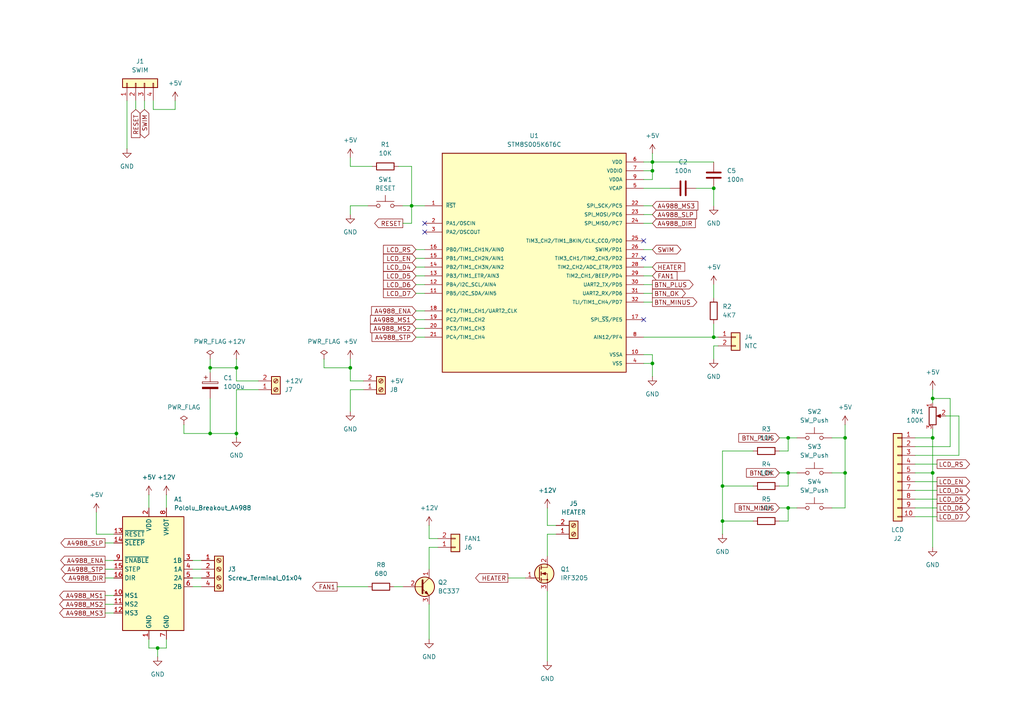
<source format=kicad_sch>
(kicad_sch (version 20250114) (generator "eeschema") (generator_version "9.0")
  (paper "A4")
  (lib_symbols
    (symbol "Connector:Screw_Terminal_01x02" (pin_names (offset 1.016) (hide yes))
      (property "Reference" "J" (at 0 2.54 0))
      (property "Value" "Screw_Terminal_01x02" (at 0 -5.08 0))
      (symbol "Screw_Terminal_01x02_1_1"
        (rectangle (start -1.27 1.27) (end 1.27 -3.81) (stroke (width 0.254)) (fill (type background)))
        (polyline (pts (xy -0.5334 0.3302) (xy 0.3302 -0.508)) (stroke (width 0.1524)))
        (polyline (pts (xy -0.5334 -2.2098) (xy 0.3302 -3.048)) (stroke (width 0.1524)))
        (polyline (pts (xy -0.3556 0.508) (xy 0.508 -0.3302)) (stroke (width 0.1524)))
        (polyline (pts (xy -0.3556 -2.032) (xy 0.508 -2.8702)) (stroke (width 0.1524)))
        (circle (center 0 0) (radius 0.635) (stroke (width 0.1524)))
        (circle (center 0 -2.54) (radius 0.635) (stroke (width 0.1524)))
        (pin passive line (at -5.08 0 0) (length 3.81) (name "Pin_1") (number "1"))
        (pin passive line (at -5.08 -2.54 0) (length 3.81) (name "Pin_2") (number "2"))
      )
    )
    (symbol "Connector:Screw_Terminal_01x04" (pin_names (offset 1.016) (hide yes))
      (property "Reference" "J" (at 0 5.08 0))
      (property "Value" "Screw_Terminal_01x04" (at 0 -7.62 0))
      (symbol "Screw_Terminal_01x04_1_1"
        (rectangle (start -1.27 3.81) (end 1.27 -6.35) (stroke (width 0.254)) (fill (type background)))
        (polyline (pts (xy -0.5334 2.8702) (xy 0.3302 2.032)) (stroke (width 0.1524)))
        (polyline (pts (xy -0.5334 0.3302) (xy 0.3302 -0.508)) (stroke (width 0.1524)))
        (polyline (pts (xy -0.5334 -2.2098) (xy 0.3302 -3.048)) (stroke (width 0.1524)))
        (polyline (pts (xy -0.5334 -4.7498) (xy 0.3302 -5.588)) (stroke (width 0.1524)))
        (polyline (pts (xy -0.3556 3.048) (xy 0.508 2.2098)) (stroke (width 0.1524)))
        (polyline (pts (xy -0.3556 0.508) (xy 0.508 -0.3302)) (stroke (width 0.1524)))
        (polyline (pts (xy -0.3556 -2.032) (xy 0.508 -2.8702)) (stroke (width 0.1524)))
        (polyline (pts (xy -0.3556 -4.572) (xy 0.508 -5.4102)) (stroke (width 0.1524)))
        (circle (center 0 2.54) (radius 0.635) (stroke (width 0.1524)))
        (circle (center 0 0) (radius 0.635) (stroke (width 0.1524)))
        (circle (center 0 -2.54) (radius 0.635) (stroke (width 0.1524)))
        (circle (center 0 -5.08) (radius 0.635) (stroke (width 0.1524)))
        (pin passive line (at -5.08 2.54 0) (length 3.81) (name "Pin_1") (number "1"))
        (pin passive line (at -5.08 0 0) (length 3.81) (name "Pin_2") (number "2"))
        (pin passive line (at -5.08 -2.54 0) (length 3.81) (name "Pin_3") (number "3"))
        (pin passive line (at -5.08 -5.08 0) (length 3.81) (name "Pin_4") (number "4"))
      )
    )
    (symbol "Connector_Generic:Conn_01x02" (pin_names (offset 1.016) (hide yes))
      (property "Reference" "J" (at 0 2.54 0))
      (property "Value" "Conn_01x02" (at 0 -5.08 0))
      (symbol "Conn_01x02_1_1"
        (rectangle (start -1.27 1.27) (end 1.27 -3.81) (stroke (width 0.254)) (fill (type background)))
        (rectangle (start -1.27 0.127) (end 0 -0.127) (stroke (width 0.1524)))
        (rectangle (start -1.27 -2.413) (end 0 -2.667) (stroke (width 0.1524)))
        (pin passive line (at -5.08 0 0) (length 3.81) (name "Pin_1") (number "1"))
        (pin passive line (at -5.08 -2.54 0) (length 3.81) (name "Pin_2") (number "2"))
      )
    )
    (symbol "Connector_Generic:Conn_01x04" (pin_names (offset 1.016) (hide yes))
      (property "Reference" "J" (at 0 5.08 0))
      (property "Value" "Conn_01x04" (at 0 -7.62 0))
      (symbol "Conn_01x04_1_1"
        (rectangle (start -1.27 3.81) (end 1.27 -6.35) (stroke (width 0.254)) (fill (type background)))
        (rectangle (start -1.27 2.667) (end 0 2.413) (stroke (width 0.1524)))
        (rectangle (start -1.27 0.127) (end 0 -0.127) (stroke (width 0.1524)))
        (rectangle (start -1.27 -2.413) (end 0 -2.667) (stroke (width 0.1524)))
        (rectangle (start -1.27 -4.953) (end 0 -5.207) (stroke (width 0.1524)))
        (pin passive line (at -5.08 2.54 0) (length 3.81) (name "Pin_1") (number "1"))
        (pin passive line (at -5.08 0 0) (length 3.81) (name "Pin_2") (number "2"))
        (pin passive line (at -5.08 -2.54 0) (length 3.81) (name "Pin_3") (number "3"))
        (pin passive line (at -5.08 -5.08 0) (length 3.81) (name "Pin_4") (number "4"))
      )
    )
    (symbol "Connector_Generic:Conn_01x10" (pin_names (offset 1.016) (hide yes))
      (property "Reference" "J" (at 0 12.7 0))
      (property "Value" "Conn_01x10" (at 0 -15.24 0))
      (symbol "Conn_01x10_1_1"
        (rectangle (start -1.27 11.43) (end 1.27 -13.97) (stroke (width 0.254)) (fill (type background)))
        (rectangle (start -1.27 10.287) (end 0 10.033) (stroke (width 0.1524)))
        (rectangle (start -1.27 7.747) (end 0 7.493) (stroke (width 0.1524)))
        (rectangle (start -1.27 5.207) (end 0 4.953) (stroke (width 0.1524)))
        (rectangle (start -1.27 2.667) (end 0 2.413) (stroke (width 0.1524)))
        (rectangle (start -1.27 0.127) (end 0 -0.127) (stroke (width 0.1524)))
        (rectangle (start -1.27 -2.413) (end 0 -2.667) (stroke (width 0.1524)))
        (rectangle (start -1.27 -4.953) (end 0 -5.207) (stroke (width 0.1524)))
        (rectangle (start -1.27 -7.493) (end 0 -7.747) (stroke (width 0.1524)))
        (rectangle (start -1.27 -10.033) (end 0 -10.287) (stroke (width 0.1524)))
        (rectangle (start -1.27 -12.573) (end 0 -12.827) (stroke (width 0.1524)))
        (pin passive line (at -5.08 10.16 0) (length 3.81) (name "Pin_1") (number "1"))
        (pin passive line (at -5.08 7.62 0) (length 3.81) (name "Pin_2") (number "2"))
        (pin passive line (at -5.08 5.08 0) (length 3.81) (name "Pin_3") (number "3"))
        (pin passive line (at -5.08 2.54 0) (length 3.81) (name "Pin_4") (number "4"))
        (pin passive line (at -5.08 0 0) (length 3.81) (name "Pin_5") (number "5"))
        (pin passive line (at -5.08 -2.54 0) (length 3.81) (name "Pin_6") (number "6"))
        (pin passive line (at -5.08 -5.08 0) (length 3.81) (name "Pin_7") (number "7"))
        (pin passive line (at -5.08 -7.62 0) (length 3.81) (name "Pin_8") (number "8"))
        (pin passive line (at -5.08 -10.16 0) (length 3.81) (name "Pin_9") (number "9"))
        (pin passive line (at -5.08 -12.7 0) (length 3.81) (name "Pin_10") (number "10"))
      )
    )
    (symbol "Device:C" (pin_numbers (hide yes)) (pin_names (offset 0.254))
      (property "Reference" "C" (at 0.635 2.54 0))
      (property "Value" "C" (at 0.635 -2.54 0))
      (symbol "C_0_1"
        (polyline (pts (xy -2.032 0.762) (xy 2.032 0.762)) (stroke (width 0.508)))
        (polyline (pts (xy -2.032 -0.762) (xy 2.032 -0.762)) (stroke (width 0.508)))
      )
      (symbol "C_1_1"
        (pin passive line (at 0 3.81 270) (length 2.794) (name "~") (number "1"))
        (pin passive line (at 0 -3.81 90) (length 2.794) (name "~") (number "2"))
      )
    )
    (symbol "Device:C_Polarized" (pin_numbers (hide yes)) (pin_names (offset 0.254))
      (property "Reference" "C" (at 0.635 2.54 0))
      (property "Value" "C_Polarized" (at 0.635 -2.54 0))
      (symbol "C_Polarized_0_1"
        (rectangle (start -2.286 0.508) (end 2.286 1.016))
        (polyline (pts (xy -1.778 2.286) (xy -0.762 2.286)))
        (polyline (pts (xy -1.27 2.794) (xy -1.27 1.778)))
        (rectangle (start 2.286 -0.508) (end -2.286 -1.016) (fill (type outline)))
      )
      (symbol "C_Polarized_1_1"
        (pin passive line (at 0 3.81 270) (length 2.794) (name "~") (number "1"))
        (pin passive line (at 0 -3.81 90) (length 2.794) (name "~") (number "2"))
      )
    )
    (symbol "Device:R" (pin_numbers (hide yes)) (pin_names (offset 0))
      (property "Reference" "R" (at 2.032 0 90))
      (property "Value" "R" (at 0 0 90))
      (symbol "R_0_1"
        (rectangle (start -1.016 -2.54) (end 1.016 2.54) (stroke (width 0.254)))
      )
      (symbol "R_1_1"
        (pin passive line (at 0 3.81 270) (length 1.27) (name "~") (number "1"))
        (pin passive line (at 0 -3.81 90) (length 1.27) (name "~") (number "2"))
      )
    )
    (symbol "Device:R_Potentiometer" (pin_names (offset 1.016) (hide yes))
      (property "Reference" "RV" (at -4.445 0 90))
      (property "Value" "R_Potentiometer" (at -2.54 0 90))
      (symbol "R_Potentiometer_0_1"
        (rectangle (start 1.016 2.54) (end -1.016 -2.54) (stroke (width 0.254)))
        (polyline (pts (xy 1.143 0) (xy 2.286 0.508) (xy 2.286 -0.508) (xy 1.143 0)) (fill (type outline)))
        (polyline (pts (xy 2.54 0) (xy 1.524 0)))
      )
      (symbol "R_Potentiometer_1_1"
        (pin passive line (at 0 3.81 270) (length 1.27) (name "1") (number "1"))
        (pin passive line (at 0 -3.81 90) (length 1.27) (name "3") (number "3"))
        (pin passive line (at 3.81 0 180) (length 1.27) (name "2") (number "2"))
      )
    )
    (symbol "Driver_Motor:Pololu_Breakout_A4988"
      (property "Reference" "A" (at -2.54 19.05 0))
      (property "Value" "Pololu_Breakout_A4988" (at -2.54 16.51 0))
      (symbol "Pololu_Breakout_A4988_0_1"
        (rectangle (start 10.16 -17.78) (end -7.62 15.24) (stroke (width 0.254)) (fill (type background)))
      )
      (symbol "Pololu_Breakout_A4988_1_1"
        (pin input line (at -10.16 10.16 0) (length 2.54) (name "~{RESET}") (number "13"))
        (pin input line (at -10.16 7.62 0) (length 2.54) (name "~{SLEEP}") (number "14"))
        (pin input line (at -10.16 2.54 0) (length 2.54) (name "~{ENABLE}") (number "9"))
        (pin input line (at -10.16 0 0) (length 2.54) (name "STEP") (number "15"))
        (pin input line (at -10.16 -2.54 0) (length 2.54) (name "DIR") (number "16"))
        (pin input line (at -10.16 -7.62 0) (length 2.54) (name "MS1") (number "10"))
        (pin input line (at -10.16 -10.16 0) (length 2.54) (name "MS2") (number "11"))
        (pin input line (at -10.16 -12.7 0) (length 2.54) (name "MS3") (number "12"))
        (pin power_in line (at 0 17.78 270) (length 2.54) (name "VDD") (number "2"))
        (pin power_in line (at 0 -20.32 90) (length 2.54) (name "GND") (number "1"))
        (pin power_in line (at 5.08 17.78 270) (length 2.54) (name "VMOT") (number "8"))
        (pin power_in line (at 5.08 -20.32 90) (length 2.54) (name "GND") (number "7"))
        (pin output line (at 12.7 2.54 180) (length 2.54) (name "1B") (number "3"))
        (pin output line (at 12.7 0 180) (length 2.54) (name "1A") (number "4"))
        (pin output line (at 12.7 -2.54 180) (length 2.54) (name "2A") (number "5"))
        (pin output line (at 12.7 -5.08 180) (length 2.54) (name "2B") (number "6"))
      )
    )
    (symbol "Extras:STM8S005K6T6C" (pin_names (offset 1.016))
      (property "Reference" "U?" (at -26.67 36.576 0))
      (property "Value" "STM8S005K6T6C" (at -26.924 33.782 0))
      (symbol "STM8S005K6T6C_0_0"
        (rectangle (start -26.67 33.02) (end 26.67 -30.48) (stroke (width 0.254)) (fill (type background)))
        (pin bidirectional line (at -31.75 17.78 0) (length 5.08) (name "~{RST}") (number "1"))
        (pin bidirectional line (at -31.75 12.7 0) (length 5.08) (name "PA1/OSCIN") (number "2"))
        (pin bidirectional line (at -31.75 10.16 0) (length 5.08) (name "PA2/OSCOUT") (number "3"))
        (pin bidirectional line (at -31.75 5.08 0) (length 5.08) (name "PB0/TIM1_CH1N/AIN0") (number "16"))
        (pin bidirectional line (at -31.75 2.54 0) (length 5.08) (name "PB1/TIM1_CH2N/AIN1") (number "15"))
        (pin bidirectional line (at -31.75 0 0) (length 5.08) (name "PB2/TIM1_CH3N/AIN2") (number "14"))
        (pin bidirectional line (at -31.75 -2.54 0) (length 5.08) (name "PB3/TIM1_ETR/AIN3") (number "13"))
        (pin bidirectional line (at -31.75 -5.08 0) (length 5.08) (name "PB4/I2C_SCL/AIN4") (number "12"))
        (pin bidirectional line (at -31.75 -7.62 0) (length 5.08) (name "PB5/I2C_SDA/AIN5") (number "11"))
        (pin bidirectional line (at -31.75 -12.7 0) (length 5.08) (name "PC1/TIM1_CH1/UART2_CLK") (number "18"))
        (pin bidirectional line (at -31.75 -15.24 0) (length 5.08) (name "PC2/TIM1_CH2") (number "19"))
        (pin bidirectional line (at -31.75 -17.78 0) (length 5.08) (name "PC3/TIM1_CH3") (number "20"))
        (pin bidirectional line (at -31.75 -20.32 0) (length 5.08) (name "PC4/TIM1_CH4") (number "21"))
        (pin power_in line (at 31.75 30.48 180) (length 5.08) (name "VDD") (number "6"))
        (pin power_in line (at 31.75 27.94 180) (length 5.08) (name "VDDIO") (number "7"))
        (pin power_in line (at 31.75 25.4 180) (length 5.08) (name "VDDA") (number "9"))
        (pin power_in line (at 31.75 22.86 180) (length 5.08) (name "VCAP") (number "5"))
        (pin bidirectional line (at 31.75 17.78 180) (length 5.08) (name "SPI_SCK/PC5") (number "22"))
        (pin bidirectional line (at 31.75 15.24 180) (length 5.08) (name "SPI_MOSI/PC6") (number "23"))
        (pin bidirectional line (at 31.75 12.7 180) (length 5.08) (name "SPI_MISO/PC7") (number "24"))
        (pin bidirectional line (at 31.75 7.62 180) (length 5.08) (name "TIM3_CH2/TIM1_BKIN/CLK_CCO/PD0") (number "25"))
        (pin bidirectional line (at 31.75 5.08 180) (length 5.08) (name "SWIM/PD1") (number "26"))
        (pin bidirectional line (at 31.75 2.54 180) (length 5.08) (name "TIM3_CH1/TIM2_CH3/PD2") (number "27"))
        (pin bidirectional line (at 31.75 0 180) (length 5.08) (name "TIM2_CH2/ADC_ETR/PD3") (number "28"))
        (pin bidirectional line (at 31.75 -2.54 180) (length 5.08) (name "TIM2_CH1/BEEP/PD4") (number "29"))
        (pin bidirectional line (at 31.75 -5.08 180) (length 5.08) (name "UART2_TX/PD5") (number "30"))
        (pin bidirectional line (at 31.75 -7.62 180) (length 5.08) (name "UART2_RX/PD6") (number "31"))
        (pin bidirectional line (at 31.75 -10.16 180) (length 5.08) (name "TLI/TIM1_CH4/PD7") (number "32"))
        (pin bidirectional line (at 31.75 -15.24 180) (length 5.08) (name "SPI_~{SS}/PE5") (number "17"))
        (pin bidirectional line (at 31.75 -20.32 180) (length 5.08) (name "AIN12/PF4") (number "8"))
        (pin power_in line (at 31.75 -25.4 180) (length 5.08) (name "VSSA") (number "10"))
        (pin power_in line (at 31.75 -27.94 180) (length 5.08) (name "VSS") (number "4"))
      )
    )
    (symbol "PCM_Transistor_BJT_AKL:BC337" (pin_names (hide yes))
      (property "Reference" "Q" (at 5.08 1.27 0))
      (property "Value" "BC337" (at 5.08 -1.27 0))
      (symbol "BC337_0_1"
        (polyline (pts (xy 0.635 1.905) (xy 0.635 -1.905) (xy 0.635 -1.905)) (stroke (width 0.508)))
        (polyline (pts (xy 0.635 0.635) (xy 2.54 2.54)))
        (polyline (pts (xy 0.635 -0.635) (xy 2.54 -2.54) (xy 2.54 -2.54)))
        (circle (center 1.27 0) (radius 2.8194) (stroke (width 0.254)) (fill (type background)))
        (polyline (pts (xy 1.27 -1.778) (xy 1.778 -1.27) (xy 2.286 -2.286) (xy 1.27 -1.778) (xy 1.27 -1.778)) (fill (type outline)))
      )
      (symbol "BC337_1_1"
        (pin input line (at -5.08 0 0) (length 5.715) (name "B") (number "2"))
        (pin passive line (at 2.54 5.08 270) (length 2.54) (name "C") (number "1"))
        (pin passive line (at 2.54 -5.08 90) (length 2.54) (name "E") (number "3"))
      )
    )
    (symbol "PCM_Transistor_MOSFET_AKL:IRF3205" (pin_names (hide yes))
      (property "Reference" "Q" (at 5.08 1.27 0))
      (property "Value" "IRF3205" (at 5.08 -1.27 0))
      (symbol "IRF3205_0_1"
        (polyline (pts (xy 0.254 1.905) (xy 0.254 -1.905)) (stroke (width 0.254)))
        (polyline (pts (xy 0.254 -1.27) (xy -2.54 -1.27)))
        (polyline (pts (xy 0.762 2.286) (xy 0.762 1.27)) (stroke (width 0.254)))
        (polyline (pts (xy 0.762 0.508) (xy 0.762 -0.508)) (stroke (width 0.254)))
        (polyline (pts (xy 0.762 -1.27) (xy 0.762 -2.286)) (stroke (width 0.254)))
        (polyline (pts (xy 0.762 -1.778) (xy 2.54 -1.778)))
        (polyline (pts (xy 1.016 0) (xy 2.032 0.381) (xy 2.032 -0.381) (xy 1.016 0)) (fill (type outline)))
        (circle (center 1.651 0) (radius 2.794) (stroke (width 0.254)) (fill (type background)))
        (polyline (pts (xy 2.54 2.54) (xy 2.54 1.778)))
        (polyline (pts (xy 2.54 1.778) (xy 0.762 1.778)))
        (circle (center 2.54 -1.778) (radius 0.1778) (fill (type outline)))
        (polyline (pts (xy 2.54 -2.54) (xy 2.54 0) (xy 0.762 0)))
      )
      (symbol "IRF3205_1_1"
        (pin input line (at -3.81 -1.27 0) (length 2.54) (name "G") (number "1"))
        (pin passive line (at 2.54 5.08 270) (length 2.54) (name "D") (number "2"))
        (pin passive line (at 2.54 -5.08 90) (length 2.54) (name "S") (number "3"))
      )
    )
    (symbol "Switch:SW_Push" (pin_numbers (hide yes)) (pin_names (offset 1.016) (hide yes))
      (property "Reference" "SW" (at 1.27 2.54 0))
      (property "Value" "SW_Push" (at 0 -1.524 0))
      (symbol "SW_Push_0_1"
        (circle (center -2.032 0) (radius 0.508))
        (polyline (pts (xy 0 1.27) (xy 0 3.048)))
        (circle (center 2.032 0) (radius 0.508))
        (polyline (pts (xy 2.54 1.27) (xy -2.54 1.27)))
        (pin passive line (at -5.08 0 0) (length 2.54) (name "1") (number "1"))
        (pin passive line (at 5.08 0 180) (length 2.54) (name "2") (number "2"))
      )
    )
    (symbol "power:+12V" (power) (pin_numbers (hide yes)) (pin_names (offset 0) (hide yes))
      (property "Value" "+12V" (at 0 3.556 0))
      (symbol "+12V_0_1"
        (polyline (pts (xy -0.762 1.27) (xy 0 2.54)))
        (polyline (pts (xy 0 2.54) (xy 0.762 1.27)))
        (polyline (pts (xy 0 0) (xy 0 2.54)))
      )
      (symbol "+12V_1_1"
        (pin power_in line (at 0 0 90) (length 0) (name "~") (number "1"))
      )
    )
    (symbol "power:+5V" (power) (pin_numbers (hide yes)) (pin_names (offset 0) (hide yes))
      (property "Value" "+5V" (at 0 3.556 0))
      (symbol "+5V_0_1"
        (polyline (pts (xy -0.762 1.27) (xy 0 2.54)))
        (polyline (pts (xy 0 2.54) (xy 0.762 1.27)))
        (polyline (pts (xy 0 0) (xy 0 2.54)))
      )
      (symbol "+5V_1_1"
        (pin power_in line (at 0 0 90) (length 0) (name "~") (number "1"))
      )
    )
    (symbol "power:GND" (power) (pin_numbers (hide yes)) (pin_names (offset 0) (hide yes))
      (property "Value" "GND" (at 0 -3.81 0))
      (symbol "GND_0_1"
        (polyline (pts (xy 0 0) (xy 0 -1.27) (xy 1.27 -1.27) (xy 0 -2.54) (xy -1.27 -1.27) (xy 0 -1.27)))
      )
      (symbol "GND_1_1"
        (pin power_in line (at 0 0 270) (length 0) (name "~") (number "1"))
      )
    )
    (symbol "power:PWR_FLAG" (power) (pin_numbers (hide yes)) (pin_names (offset 0) (hide yes))
      (property "Value" "PWR_FLAG" (at 0 3.81 0))
      (symbol "PWR_FLAG_0_0"
        (pin power_out line (at 0 0 90) (length 0) (name "~") (number "1"))
      )
      (symbol "PWR_FLAG_0_1"
        (polyline (pts (xy 0 0) (xy 0 1.27) (xy -1.016 1.905) (xy 0 2.54) (xy 1.016 1.905) (xy 0 1.27)))
      )
    )
  )
  (junction (at 270.51 115.57))
  (junction (at 68.58 125.73))
  (junction (at 60.96 106.68))
  (junction (at 209.55 140.97))
  (junction (at 119.38 59.69))
  (junction (at 189.23 46.99))
  (junction (at 245.11 137.16))
  (junction (at 228.6 137.16))
  (junction (at 270.51 127))
  (junction (at 270.51 137.16))
  (junction (at 189.23 49.53))
  (junction (at 209.55 151.13))
  (junction (at 228.6 127))
  (junction (at 45.72 187.96))
  (junction (at 60.96 125.73))
  (junction (at 228.6 147.32))
  (junction (at 68.58 106.68))
  (junction (at 207.01 54.61))
  (junction (at 189.23 105.41))
  (junction (at 101.6 106.68))
  (junction (at 207.01 97.79))
  (junction (at 245.11 127))
  (no_connect (at 123.19 64.77))
  (no_connect (at 123.19 67.31))
  (no_connect (at 186.69 69.85))
  (no_connect (at 186.69 92.71))
  (no_connect (at 186.69 74.93))
  (wire (pts (xy 120.65 72.39) (xy 123.19 72.39)))
  (wire (pts (xy 68.58 106.68) (xy 68.58 110.49)))
  (wire (pts (xy 93.98 104.14) (xy 93.98 106.68)))
  (wire (pts (xy 226.06 140.97) (xy 228.6 140.97)))
  (wire (pts (xy 275.59 129.54) (xy 275.59 115.57)))
  (wire (pts (xy 209.55 140.97) (xy 209.55 151.13)))
  (wire (pts (xy 119.38 64.77) (xy 119.38 59.69)))
  (wire (pts (xy 241.3 147.32) (xy 245.11 147.32)))
  (wire (pts (xy 55.88 167.64) (xy 58.42 167.64)))
  (wire (pts (xy 189.23 46.99) (xy 207.01 46.99)))
  (wire (pts (xy 60.96 106.68) (xy 68.58 106.68)))
  (wire (pts (xy 265.43 134.62) (xy 271.78 134.62)))
  (wire (pts (xy 218.44 151.13) (xy 209.55 151.13)))
  (wire (pts (xy 186.69 97.79) (xy 207.01 97.79)))
  (wire (pts (xy 189.23 105.41) (xy 189.23 109.22)))
  (wire (pts (xy 115.57 48.26) (xy 119.38 48.26)))
  (wire (pts (xy 101.6 48.26) (xy 107.95 48.26)))
  (wire (pts (xy 186.69 87.63) (xy 189.23 87.63)))
  (wire (pts (xy 186.69 54.61) (xy 194.31 54.61)))
  (wire (pts (xy 27.94 148.59) (xy 27.94 154.94)))
  (wire (pts (xy 124.46 175.26) (xy 124.46 185.42)))
  (wire (pts (xy 207.01 82.55) (xy 207.01 86.36)))
  (wire (pts (xy 270.51 124.46) (xy 270.51 127)))
  (wire (pts (xy 43.18 143.51) (xy 43.18 147.32)))
  (wire (pts (xy 27.94 154.94) (xy 33.02 154.94)))
  (wire (pts (xy 43.18 185.42) (xy 43.18 187.96)))
  (wire (pts (xy 68.58 113.03) (xy 68.58 125.73)))
  (wire (pts (xy 265.43 142.24) (xy 271.78 142.24)))
  (wire (pts (xy 48.26 185.42) (xy 48.26 187.96)))
  (wire (pts (xy 186.69 52.07) (xy 189.23 52.07)))
  (wire (pts (xy 119.38 48.26) (xy 119.38 59.69)))
  (wire (pts (xy 186.69 82.55) (xy 189.23 82.55)))
  (wire (pts (xy 201.93 54.61) (xy 207.01 54.61)))
  (wire (pts (xy 120.65 80.01) (xy 123.19 80.01)))
  (wire (pts (xy 120.65 82.55) (xy 123.19 82.55)))
  (wire (pts (xy 158.75 154.94) (xy 158.75 161.29)))
  (wire (pts (xy 270.51 137.16) (xy 270.51 158.75)))
  (wire (pts (xy 48.26 143.51) (xy 48.26 147.32)))
  (wire (pts (xy 226.06 127) (xy 228.6 127)))
  (wire (pts (xy 245.11 127) (xy 245.11 137.16)))
  (wire (pts (xy 101.6 104.14) (xy 101.6 106.68)))
  (wire (pts (xy 265.43 139.7) (xy 271.78 139.7)))
  (wire (pts (xy 265.43 147.32) (xy 271.78 147.32)))
  (wire (pts (xy 30.48 167.64) (xy 33.02 167.64)))
  (wire (pts (xy 158.75 171.45) (xy 158.75 191.77)))
  (wire (pts (xy 186.69 46.99) (xy 189.23 46.99)))
  (wire (pts (xy 207.01 54.61) (xy 207.01 59.69)))
  (wire (pts (xy 41.91 29.21) (xy 41.91 31.75)))
  (wire (pts (xy 120.65 92.71) (xy 123.19 92.71)))
  (wire (pts (xy 30.48 157.48) (xy 33.02 157.48)))
  (wire (pts (xy 209.55 130.81) (xy 209.55 140.97)))
  (wire (pts (xy 186.69 102.87) (xy 189.23 102.87)))
  (wire (pts (xy 265.43 149.86) (xy 271.78 149.86)))
  (wire (pts (xy 270.51 127) (xy 270.51 137.16)))
  (wire (pts (xy 278.13 132.08) (xy 265.43 132.08)))
  (wire (pts (xy 101.6 113.03) (xy 101.6 119.38)))
  (wire (pts (xy 228.6 137.16) (xy 231.14 137.16)))
  (wire (pts (xy 218.44 130.81) (xy 209.55 130.81)))
  (wire (pts (xy 228.6 147.32) (xy 231.14 147.32)))
  (wire (pts (xy 189.23 46.99) (xy 189.23 44.45)))
  (wire (pts (xy 120.65 85.09) (xy 123.19 85.09)))
  (wire (pts (xy 124.46 158.75) (xy 124.46 165.1)))
  (wire (pts (xy 30.48 175.26) (xy 33.02 175.26)))
  (wire (pts (xy 265.43 137.16) (xy 270.51 137.16)))
  (wire (pts (xy 278.13 120.65) (xy 278.13 132.08)))
  (wire (pts (xy 101.6 45.72) (xy 101.6 48.26)))
  (wire (pts (xy 120.65 77.47) (xy 123.19 77.47)))
  (wire (pts (xy 55.88 162.56) (xy 58.42 162.56)))
  (wire (pts (xy 60.96 115.57) (xy 60.96 125.73)))
  (wire (pts (xy 189.23 102.87) (xy 189.23 105.41)))
  (wire (pts (xy 218.44 140.97) (xy 209.55 140.97)))
  (wire (pts (xy 186.69 59.69) (xy 189.23 59.69)))
  (wire (pts (xy 120.65 97.79) (xy 123.19 97.79)))
  (wire (pts (xy 265.43 144.78) (xy 271.78 144.78)))
  (wire (pts (xy 186.69 72.39) (xy 189.23 72.39)))
  (wire (pts (xy 101.6 106.68) (xy 101.6 110.49)))
  (wire (pts (xy 186.69 77.47) (xy 189.23 77.47)))
  (wire (pts (xy 44.45 29.21) (xy 44.45 31.75)))
  (wire (pts (xy 207.01 100.33) (xy 207.01 104.14)))
  (wire (pts (xy 228.6 127) (xy 231.14 127)))
  (wire (pts (xy 120.65 90.17) (xy 123.19 90.17)))
  (wire (pts (xy 226.06 151.13) (xy 228.6 151.13)))
  (wire (pts (xy 186.69 105.41) (xy 189.23 105.41)))
  (wire (pts (xy 60.96 104.14) (xy 60.96 106.68)))
  (wire (pts (xy 245.11 127) (xy 241.3 127)))
  (wire (pts (xy 124.46 152.4) (xy 124.46 156.21)))
  (wire (pts (xy 106.68 59.69) (xy 101.6 59.69)))
  (wire (pts (xy 39.37 29.21) (xy 39.37 31.75)))
  (wire (pts (xy 68.58 125.73) (xy 68.58 127)))
  (wire (pts (xy 36.83 29.21) (xy 36.83 43.18)))
  (wire (pts (xy 30.48 165.1) (xy 33.02 165.1)))
  (wire (pts (xy 265.43 127) (xy 270.51 127)))
  (wire (pts (xy 186.69 85.09) (xy 189.23 85.09)))
  (wire (pts (xy 45.72 187.96) (xy 45.72 190.5)))
  (wire (pts (xy 114.3 170.18) (xy 116.84 170.18)))
  (wire (pts (xy 265.43 129.54) (xy 275.59 129.54)))
  (wire (pts (xy 50.8 31.75) (xy 50.8 29.21)))
  (wire (pts (xy 127 158.75) (xy 124.46 158.75)))
  (wire (pts (xy 119.38 59.69) (xy 116.84 59.69)))
  (wire (pts (xy 68.58 113.03) (xy 74.93 113.03)))
  (wire (pts (xy 101.6 113.03) (xy 105.41 113.03)))
  (wire (pts (xy 101.6 59.69) (xy 101.6 62.23)))
  (wire (pts (xy 241.3 137.16) (xy 245.11 137.16)))
  (wire (pts (xy 245.11 147.32) (xy 245.11 137.16)))
  (wire (pts (xy 97.79 170.18) (xy 106.68 170.18)))
  (wire (pts (xy 158.75 147.32) (xy 158.75 152.4)))
  (wire (pts (xy 275.59 115.57) (xy 270.51 115.57)))
  (wire (pts (xy 189.23 49.53) (xy 189.23 46.99)))
  (wire (pts (xy 226.06 147.32) (xy 228.6 147.32)))
  (wire (pts (xy 228.6 130.81) (xy 228.6 127)))
  (wire (pts (xy 207.01 97.79) (xy 208.28 97.79)))
  (wire (pts (xy 30.48 172.72) (xy 33.02 172.72)))
  (wire (pts (xy 119.38 59.69) (xy 123.19 59.69)))
  (wire (pts (xy 124.46 156.21) (xy 127 156.21)))
  (wire (pts (xy 228.6 151.13) (xy 228.6 147.32)))
  (wire (pts (xy 186.69 49.53) (xy 189.23 49.53)))
  (wire (pts (xy 68.58 104.14) (xy 68.58 106.68)))
  (wire (pts (xy 120.65 95.25) (xy 123.19 95.25)))
  (wire (pts (xy 226.06 130.81) (xy 228.6 130.81)))
  (wire (pts (xy 53.34 123.19) (xy 53.34 125.73)))
  (wire (pts (xy 68.58 110.49) (xy 74.93 110.49)))
  (wire (pts (xy 48.26 187.96) (xy 45.72 187.96)))
  (wire (pts (xy 60.96 125.73) (xy 68.58 125.73)))
  (wire (pts (xy 161.29 154.94) (xy 158.75 154.94)))
  (wire (pts (xy 30.48 177.8) (xy 33.02 177.8)))
  (wire (pts (xy 189.23 52.07) (xy 189.23 49.53)))
  (wire (pts (xy 209.55 151.13) (xy 209.55 154.94)))
  (wire (pts (xy 186.69 64.77) (xy 189.23 64.77)))
  (wire (pts (xy 101.6 110.49) (xy 105.41 110.49)))
  (wire (pts (xy 270.51 115.57) (xy 270.51 116.84)))
  (wire (pts (xy 270.51 113.03) (xy 270.51 115.57)))
  (wire (pts (xy 30.48 162.56) (xy 33.02 162.56)))
  (wire (pts (xy 44.45 31.75) (xy 50.8 31.75)))
  (wire (pts (xy 228.6 140.97) (xy 228.6 137.16)))
  (wire (pts (xy 226.06 137.16) (xy 228.6 137.16)))
  (wire (pts (xy 53.34 125.73) (xy 60.96 125.73)))
  (wire (pts (xy 186.69 62.23) (xy 189.23 62.23)))
  (wire (pts (xy 208.28 100.33) (xy 207.01 100.33)))
  (wire (pts (xy 60.96 106.68) (xy 60.96 107.95)))
  (wire (pts (xy 93.98 106.68) (xy 101.6 106.68)))
  (wire (pts (xy 116.84 64.77) (xy 119.38 64.77)))
  (wire (pts (xy 120.65 74.93) (xy 123.19 74.93)))
  (wire (pts (xy 274.32 120.65) (xy 278.13 120.65)))
  (wire (pts (xy 147.32 167.64) (xy 152.4 167.64)))
  (wire (pts (xy 245.11 123.19) (xy 245.11 127)))
  (wire (pts (xy 55.88 165.1) (xy 58.42 165.1)))
  (wire (pts (xy 158.75 152.4) (xy 161.29 152.4)))
  (wire (pts (xy 55.88 170.18) (xy 58.42 170.18)))
  (wire (pts (xy 207.01 93.98) (xy 207.01 97.79)))
  (wire (pts (xy 43.18 187.96) (xy 45.72 187.96)))
  (wire (pts (xy 186.69 80.01) (xy 189.23 80.01)))
  (global_label "LCD_RS" (shape output) (at 271.78 134.62 0) (property "Intersheetrefs" "${INTERSHEET_REFS}" (effects (hide yes))))
  (global_label "A4988_MS2" (shape input) (at 120.65 95.25 180) (property "Intersheetrefs" "${INTERSHEET_REFS}" (effects (hide yes))))
  (global_label "LCD_RS" (shape input) (at 120.65 72.39 180) (property "Intersheetrefs" "${INTERSHEET_REFS}" (effects (hide yes))))
  (global_label "A4988_STP" (shape input) (at 120.65 97.79 180) (property "Intersheetrefs" "${INTERSHEET_REFS}" (effects (hide yes))))
  (global_label "LCD_D5" (shape input) (at 120.65 80.01 180) (property "Intersheetrefs" "${INTERSHEET_REFS}" (effects (hide yes))))
  (global_label "LCD_D6" (shape input) (at 120.65 82.55 180) (property "Intersheetrefs" "${INTERSHEET_REFS}" (effects (hide yes))))
  (global_label "LCD_EN" (shape input) (at 120.65 74.93 180) (property "Intersheetrefs" "${INTERSHEET_REFS}" (effects (hide yes))))
  (global_label "BTN_PLUS" (shape input) (at 226.06 127 180) (property "Intersheetrefs" "${INTERSHEET_REFS}" (effects (hide yes))))
  (global_label "BTN_MINUS" (shape output) (at 189.23 87.63 0) (property "Intersheetrefs" "${INTERSHEET_REFS}" (effects (hide yes))))
  (global_label "A4988_ENA" (shape output) (at 30.48 162.56 180) (property "Intersheetrefs" "${INTERSHEET_REFS}" (effects (hide yes))))
  (global_label "LCD_D4" (shape input) (at 120.65 77.47 180) (property "Intersheetrefs" "${INTERSHEET_REFS}" (effects (hide yes))))
  (global_label "LCD_D5" (shape output) (at 271.78 144.78 0) (property "Intersheetrefs" "${INTERSHEET_REFS}" (effects (hide yes))))
  (global_label "A4988_DIR" (shape output) (at 30.48 167.64 180) (property "Intersheetrefs" "${INTERSHEET_REFS}" (effects (hide yes))))
  (global_label "BTN_OK" (shape input) (at 226.06 137.16 180) (property "Intersheetrefs" "${INTERSHEET_REFS}" (effects (hide yes))))
  (global_label "A4988_SLP" (shape output) (at 30.48 157.48 180) (property "Intersheetrefs" "${INTERSHEET_REFS}" (effects (hide yes))))
  (global_label "BTN_PLUS" (shape output) (at 189.23 82.55 0) (property "Intersheetrefs" "${INTERSHEET_REFS}" (effects (hide yes))))
  (global_label "A4988_MS3" (shape output) (at 30.48 177.8 180) (property "Intersheetrefs" "${INTERSHEET_REFS}" (effects (hide yes))))
  (global_label "SWIM" (shape bidirectional) (at 41.91 31.75 270) (property "Intersheetrefs" "${INTERSHEET_REFS}" (effects (hide yes))))
  (global_label "A4988_MS1" (shape input) (at 120.65 92.71 180) (property "Intersheetrefs" "${INTERSHEET_REFS}" (effects (hide yes))))
  (global_label "A4988_STP" (shape output) (at 30.48 165.1 180) (property "Intersheetrefs" "${INTERSHEET_REFS}" (effects (hide yes))))
  (global_label "BTN_OK" (shape output) (at 189.23 85.09 0) (property "Intersheetrefs" "${INTERSHEET_REFS}" (effects (hide yes))))
  (global_label "A4988_SLP" (shape input) (at 189.23 62.23 0) (property "Intersheetrefs" "${INTERSHEET_REFS}" (effects (hide yes))))
  (global_label "BTN_MINUS" (shape input) (at 226.06 147.32 180) (property "Intersheetrefs" "${INTERSHEET_REFS}" (effects (hide yes))))
  (global_label "LCD_D4" (shape output) (at 271.78 142.24 0) (property "Intersheetrefs" "${INTERSHEET_REFS}" (effects (hide yes))))
  (global_label "A4988_DIR" (shape input) (at 189.23 64.77 0) (property "Intersheetrefs" "${INTERSHEET_REFS}" (effects (hide yes))))
  (global_label "A4988_MS1" (shape output) (at 30.48 172.72 180) (property "Intersheetrefs" "${INTERSHEET_REFS}" (effects (hide yes))))
  (global_label "FAN1" (shape output) (at 97.79 170.18 180) (property "Intersheetrefs" "${INTERSHEET_REFS}" (effects (hide yes))))
  (global_label "FAN1" (shape input) (at 189.23 80.01 0) (property "Intersheetrefs" "${INTERSHEET_REFS}" (effects (hide yes))))
  (global_label "LCD_EN" (shape output) (at 271.78 139.7 0) (property "Intersheetrefs" "${INTERSHEET_REFS}" (effects (hide yes))))
  (global_label "SWIM" (shape bidirectional) (at 189.23 72.39 0) (property "Intersheetrefs" "${INTERSHEET_REFS}" (effects (hide yes))))
  (global_label "A4988_MS2" (shape output) (at 30.48 175.26 180) (property "Intersheetrefs" "${INTERSHEET_REFS}" (effects (hide yes))))
  (global_label "RESET" (shape output) (at 116.84 64.77 180) (property "Intersheetrefs" "${INTERSHEET_REFS}" (effects (hide yes))))
  (global_label "HEATER" (shape input) (at 189.23 77.47 0) (property "Intersheetrefs" "${INTERSHEET_REFS}" (effects (hide yes))))
  (global_label "LCD_D7" (shape output) (at 271.78 149.86 0) (property "Intersheetrefs" "${INTERSHEET_REFS}" (effects (hide yes))))
  (global_label "A4988_MS3" (shape input) (at 189.23 59.69 0) (property "Intersheetrefs" "${INTERSHEET_REFS}" (effects (hide yes))))
  (global_label "LCD_D7" (shape input) (at 120.65 85.09 180) (property "Intersheetrefs" "${INTERSHEET_REFS}" (effects (hide yes))))
  (global_label "LCD_D6" (shape output) (at 271.78 147.32 0) (property "Intersheetrefs" "${INTERSHEET_REFS}" (effects (hide yes))))
  (global_label "RESET" (shape input) (at 39.37 31.75 270) (property "Intersheetrefs" "${INTERSHEET_REFS}" (effects (hide yes))))
  (global_label "A4988_ENA" (shape input) (at 120.65 90.17 180) (property "Intersheetrefs" "${INTERSHEET_REFS}" (effects (hide yes))))
  (global_label "HEATER" (shape output) (at 147.32 167.64 180) (property "Intersheetrefs" "${INTERSHEET_REFS}" (effects (hide yes))))
  (symbol (lib_id "Connector:Screw_Terminal_01x02") (at 166.37 154.94 0) (mirror x) (unit 1)
    (property "Reference" "J5" (at 166.37 146.05 0))
    (property "Value" "HEATER" (at 166.37 148.59 0))
    (property "Footprint" "TerminalBlock:TerminalBlock_bornier-2_P5.08mm" (effects (hide yes)))
    (property "Description" "Generic screw terminal, single row, 01x02, script generated (kicad-library-utils/schlib/autogen/connector/)" (effects (hide yes)))
  )
  (symbol (lib_id "Device:R_Potentiometer") (at 270.51 120.65 0) (unit 1)
    (property "Reference" "RV1" (at 267.97 119.3799 0) (effects (justify right)))
    (property "Value" "100K" (at 267.97 121.9199 0) (effects (justify right)))
    (property "Footprint" "Potentiometer_THT:Potentiometer_Vishay_T73YP_Vertical" (effects (hide yes)))
    (property "Description" "Potentiometer" (effects (hide yes)))
  )
  (symbol (lib_id "power:PWR_FLAG") (at 53.34 123.19 0) (unit 1)
    (property "Reference" "#FLG04" (effects (hide yes)))
    (property "Value" "PWR_FLAG" (at 53.34 118.11 0))
    (property "Description" "Special symbol for telling ERC where power comes from" (effects (hide yes)))
  )
  (symbol (lib_id "power:+12V") (at 68.58 104.14 0) (unit 1)
    (property "Reference" "#PWR027" (effects (hide yes)))
    (property "Value" "+12V" (at 68.58 99.06 0))
    (property "Description" "Power symbol creates a global label with name \"+12V\"" (effects (hide yes)))
  )
  (symbol (lib_id "power:PWR_FLAG") (at 60.96 104.14 0) (unit 1)
    (property "Reference" "#FLG02" (effects (hide yes)))
    (property "Value" "PWR_FLAG" (at 60.96 99.06 0))
    (property "Description" "Special symbol for telling ERC where power comes from" (effects (hide yes)))
  )
  (symbol (lib_id "Device:R") (at 110.49 170.18 90) (unit 1)
    (property "Reference" "R8" (at 110.49 163.83 90))
    (property "Value" "680" (at 110.49 166.37 90))
    (property "Footprint" "Resistor_THT:R_Axial_DIN0207_L6.3mm_D2.5mm_P10.16mm_Horizontal" (effects (hide yes)))
    (property "Description" "Resistor" (effects (hide yes)))
  )
  (symbol (lib_id "Switch:SW_Push") (at 236.22 137.16 0) (unit 1)
    (property "Reference" "SW3" (at 236.22 129.54 0))
    (property "Value" "SW_Push" (at 236.22 132.08 0))
    (property "Footprint" "Button_Switch_THT:SW_PUSH_6mm_H5mm" (effects (hide yes)))
    (property "Description" "Push button switch, generic, two pins" (effects (hide yes)))
  )
  (symbol (lib_id "Switch:SW_Push") (at 236.22 147.32 0) (unit 1)
    (property "Reference" "SW4" (at 236.22 139.7 0))
    (property "Value" "SW_Push" (at 236.22 142.24 0))
    (property "Footprint" "Button_Switch_THT:SW_PUSH_6mm_H5mm" (effects (hide yes)))
    (property "Description" "Push button switch, generic, two pins" (effects (hide yes)))
  )
  (symbol (lib_id "Device:C") (at 207.01 50.8 180) (unit 1)
    (property "Reference" "C5" (at 210.82 49.5299 0) (effects (justify right)))
    (property "Value" "100n" (at 210.82 52.0699 0) (effects (justify right)))
    (property "Footprint" "Capacitor_THT:C_Disc_D6.0mm_W2.5mm_P5.00mm" (effects (hide yes)))
    (property "Description" "Unpolarized capacitor" (effects (hide yes)))
  )
  (symbol (lib_id "Connector_Generic:Conn_01x02") (at 213.36 97.79 0) (unit 1)
    (property "Reference" "J4" (at 215.9 97.7899 0) (effects (justify left)))
    (property "Value" "NTC" (at 215.9 100.3299 0) (effects (justify left)))
    (property "Footprint" "Connector_JST:JST_XH_B2B-XH-A_1x02_P2.50mm_Vertical" (effects (hide yes)))
    (property "Description" "Generic connector, single row, 01x02, script generated (kicad-library-utils/schlib/autogen/connector/)" (effects (hide yes)))
  )
  (symbol (lib_id "Device:C") (at 198.12 54.61 90) (unit 1)
    (property "Reference" "C2" (at 198.12 46.99 90))
    (property "Value" "100n" (at 198.12 49.53 90))
    (property "Footprint" "Capacitor_THT:C_Disc_D6.0mm_W2.5mm_P5.00mm" (effects (hide yes)))
    (property "Description" "Unpolarized capacitor" (effects (hide yes)))
  )
  (symbol (lib_id "power:+5V") (at 101.6 104.14 0) (unit 1)
    (property "Reference" "#PWR029" (effects (hide yes)))
    (property "Value" "+5V" (at 101.6 99.06 0))
    (property "Description" "Power symbol creates a global label with name \"+5V\"" (effects (hide yes)))
  )
  (symbol (lib_id "power:GND") (at 101.6 119.38 0) (unit 1)
    (property "Reference" "#PWR028" (effects (hide yes)))
    (property "Value" "GND" (at 101.6 124.46 0))
    (property "Description" "Power symbol creates a global label with name \"GND\" , ground" (effects (hide yes)))
  )
  (symbol (lib_id "Connector_Generic:Conn_01x10") (at 260.35 137.16 0) (mirror y) (unit 1)
    (property "Reference" "J2" (at 260.35 156.21 0))
    (property "Value" "LCD" (at 260.35 153.67 0))
    (property "Footprint" "Connector_PinHeader_2.54mm:PinHeader_1x10_P2.54mm_Vertical" (effects (hide yes)))
    (property "Description" "Generic connector, single row, 01x10, script generated (kicad-library-utils/schlib/autogen/connector/)" (effects (hide yes)))
  )
  (symbol (lib_id "power:GND") (at 207.01 59.69 0) (unit 1)
    (property "Reference" "#PWR015" (effects (hide yes)))
    (property "Value" "GND" (at 207.01 64.77 0))
    (property "Description" "Power symbol creates a global label with name \"GND\" , ground" (effects (hide yes)))
  )
  (symbol (lib_id "Device:R") (at 222.25 151.13 90) (unit 1)
    (property "Reference" "R5" (at 222.25 144.78 90))
    (property "Value" "10K" (at 222.25 147.32 90))
    (property "Footprint" "Resistor_THT:R_Axial_DIN0204_L3.6mm_D1.6mm_P5.08mm_Horizontal" (effects (hide yes)))
    (property "Description" "Resistor" (effects (hide yes)))
  )
  (symbol (lib_id "power:+5V") (at 27.94 148.59 0) (unit 1)
    (property "Reference" "#PWR030" (effects (hide yes)))
    (property "Value" "+5V" (at 27.94 143.51 0))
    (property "Description" "Power symbol creates a global label with name \"+5V\"" (effects (hide yes)))
  )
  (symbol (lib_id "Switch:SW_Push") (at 111.76 59.69 0) (unit 1)
    (property "Reference" "SW1" (at 111.76 52.07 0))
    (property "Value" "RESET" (at 111.76 54.61 0))
    (property "Footprint" "Button_Switch_THT:SW_PUSH_6mm_H5mm" (effects (hide yes)))
    (property "Description" "Push button switch, generic, two pins" (effects (hide yes)))
  )
  (symbol (lib_id "Device:C_Polarized") (at 60.96 111.76 0) (unit 1)
    (property "Reference" "C1" (at 64.77 109.6009 0) (effects (justify left)))
    (property "Value" "1000u" (at 64.77 112.1409 0) (effects (justify left)))
    (property "Footprint" "Capacitor_THT:CP_Radial_D10.0mm_P5.00mm" (effects (hide yes)))
    (property "Description" "Polarized capacitor" (effects (hide yes)))
  )
  (symbol (lib_id "Connector:Screw_Terminal_01x04") (at 63.5 165.1 0) (unit 1)
    (property "Reference" "J3" (at 66.04 165.0999 0) (effects (justify left)))
    (property "Value" "Screw_Terminal_01x04" (at 66.04 167.6399 0) (effects (justify left)))
    (property "Footprint" "TerminalBlock:TerminalBlock_bornier-4_P5.08mm" (effects (hide yes)))
    (property "Description" "Generic screw terminal, single row, 01x04, script generated (kicad-library-utils/schlib/autogen/connector/)" (effects (hide yes)))
  )
  (symbol (lib_id "PCM_Transistor_BJT_AKL:BC337") (at 121.92 170.18 0) (unit 1)
    (property "Reference" "Q2" (at 127 168.9099 0) (effects (justify left)))
    (property "Value" "BC337" (at 127 171.4499 0) (effects (justify left)))
    (property "Footprint" "PCM_Package_TO_SOT_THT_AKL:TO-92_Inline_Wide_CBE" (effects (hide yes)))
    (property "Datasheet" "https://www.tme.eu/Document/11d7e3f5dc635c549df9f13ed376a852/BC337.pdf" (effects (hide yes)))
    (property "Description" "NPN TO-92 transistor, 45V, 800mA, 625mW, Complementary to BC327, Alternate KiCAD Library" (effects (hide yes)))
  )
  (symbol (lib_id "power:GND") (at 270.51 158.75 0) (unit 1)
    (property "Reference" "#PWR05" (effects (hide yes)))
    (property "Value" "GND" (at 270.51 163.83 0))
    (property "Description" "Power symbol creates a global label with name \"GND\" , ground" (effects (hide yes)))
  )
  (symbol (lib_id "Device:R") (at 111.76 48.26 90) (unit 1)
    (property "Reference" "R1" (at 111.76 41.91 90))
    (property "Value" "10K" (at 111.76 44.45 90))
    (property "Footprint" "Resistor_THT:R_Axial_DIN0204_L3.6mm_D1.6mm_P5.08mm_Horizontal" (effects (hide yes)))
    (property "Description" "Resistor" (effects (hide yes)))
  )
  (symbol (lib_id "Connector:Screw_Terminal_01x02") (at 80.01 113.03 0) (mirror x) (unit 1)
    (property "Reference" "J7" (at 82.55 113.0301 0) (effects (justify left)))
    (property "Value" "+12V" (at 82.55 110.4901 0) (effects (justify left)))
    (property "Footprint" "TerminalBlock:TerminalBlock_bornier-2_P5.08mm" (effects (hide yes)))
    (property "Description" "Generic screw terminal, single row, 01x02, script generated (kicad-library-utils/schlib/autogen/connector/)" (effects (hide yes)))
  )
  (symbol (lib_id "power:+5V") (at 270.51 113.03 0) (unit 1)
    (property "Reference" "#PWR06" (effects (hide yes)))
    (property "Value" "+5V" (at 270.51 107.95 0))
    (property "Description" "Power symbol creates a global label with name \"+5V\"" (effects (hide yes)))
  )
  (symbol (lib_id "power:+12V") (at 48.26 143.51 0) (unit 1)
    (property "Reference" "#PWR09" (effects (hide yes)))
    (property "Value" "+12V" (at 48.26 138.43 0))
    (property "Description" "Power symbol creates a global label with name \"+12V\"" (effects (hide yes)))
  )
  (symbol (lib_id "power:GND") (at 68.58 127 0) (unit 1)
    (property "Reference" "#PWR026" (effects (hide yes)))
    (property "Value" "GND" (at 68.58 132.08 0))
    (property "Description" "Power symbol creates a global label with name \"GND\" , ground" (effects (hide yes)))
  )
  (symbol (lib_id "power:GND") (at 158.75 191.77 0) (unit 1)
    (property "Reference" "#PWR023" (effects (hide yes)))
    (property "Value" "GND" (at 158.75 196.85 0))
    (property "Description" "Power symbol creates a global label with name \"GND\" , ground" (effects (hide yes)))
  )
  (symbol (lib_id "power:+12V") (at 158.75 147.32 0) (unit 1)
    (property "Reference" "#PWR024" (effects (hide yes)))
    (property "Value" "+12V" (at 158.75 142.24 0))
    (property "Description" "Power symbol creates a global label with name \"+12V\"" (effects (hide yes)))
  )
  (symbol (lib_id "power:+5V") (at 43.18 143.51 0) (unit 1)
    (property "Reference" "#PWR08" (effects (hide yes)))
    (property "Value" "+5V" (at 43.18 138.43 0))
    (property "Description" "Power symbol creates a global label with name \"+5V\"" (effects (hide yes)))
  )
  (symbol (lib_id "power:GND") (at 189.23 109.22 0) (unit 1)
    (property "Reference" "#PWR011" (effects (hide yes)))
    (property "Value" "GND" (at 189.23 114.3 0))
    (property "Description" "Power symbol creates a global label with name \"GND\" , ground" (effects (hide yes)))
  )
  (symbol (lib_id "power:PWR_FLAG") (at 93.98 104.14 0) (unit 1)
    (property "Reference" "#FLG01" (effects (hide yes)))
    (property "Value" "PWR_FLAG" (at 93.98 99.06 0))
    (property "Description" "Special symbol for telling ERC where power comes from" (effects (hide yes)))
  )
  (symbol (lib_id "power:+5V") (at 50.8 29.21 0) (unit 1)
    (property "Reference" "#PWR02" (effects (hide yes)))
    (property "Value" "+5V" (at 50.8 24.13 0))
    (property "Description" "Power symbol creates a global label with name \"+5V\"" (effects (hide yes)))
  )
  (symbol (lib_id "PCM_Transistor_MOSFET_AKL:IRF3205") (at 156.21 166.37 0) (unit 1)
    (property "Reference" "Q1" (at 162.56 165.0999 0) (effects (justify left)))
    (property "Value" "IRF3205" (at 162.56 167.6399 0) (effects (justify left)))
    (property "Footprint" "PCM_Package_TO_SOT_THT_AKL:TO-220-3_Vertical_GDS" (effects (hide yes)))
    (property "Datasheet" "https://www.tme.eu/Document/43abe0278ed4378d39fd92716060454f/irf3205.pdf" (effects (hide yes)))
    (property "Description" "TO-220 N-MOSFET enchancement mode transistor, 55V, 110A, 200W, Alternate KiCAD Library" (effects (hide yes)))
  )
  (symbol (lib_id "power:GND") (at 45.72 190.5 0) (unit 1)
    (property "Reference" "#PWR07" (effects (hide yes)))
    (property "Value" "GND" (at 45.72 195.58 0))
    (property "Description" "Power symbol creates a global label with name \"GND\" , ground" (effects (hide yes)))
  )
  (symbol (lib_id "power:+12V") (at 124.46 152.4 0) (unit 1)
    (property "Reference" "#PWR025" (effects (hide yes)))
    (property "Value" "+12V" (at 124.46 147.32 0))
    (property "Description" "Power symbol creates a global label with name \"+12V\"" (effects (hide yes)))
  )
  (symbol (lib_id "power:+5V") (at 245.11 123.19 0) (unit 1)
    (property "Reference" "#PWR017" (effects (hide yes)))
    (property "Value" "+5V" (at 245.11 118.11 0))
    (property "Description" "Power symbol creates a global label with name \"+5V\"" (effects (hide yes)))
  )
  (symbol (lib_id "Extras:STM8S005K6T6C") (at 154.94 77.47 0) (unit 1)
    (property "Reference" "U1" (at 154.94 39.37 0))
    (property "Value" "STM8S005K6T6C" (at 154.94 41.91 0))
    (property "Footprint" "Package_QFP:LQFP-32_7x7mm_P0.8mm" (effects (hide yes)))
  )
  (symbol (lib_id "Switch:SW_Push") (at 236.22 127 0) (unit 1)
    (property "Reference" "SW2" (at 236.22 119.38 0))
    (property "Value" "SW_Push" (at 236.22 121.92 0))
    (property "Footprint" "Button_Switch_THT:SW_PUSH_6mm_H5mm" (effects (hide yes)))
    (property "Description" "Push button switch, generic, two pins" (effects (hide yes)))
  )
  (symbol (lib_id "power:GND") (at 124.46 185.42 0) (unit 1)
    (property "Reference" "#PWR022" (effects (hide yes)))
    (property "Value" "GND" (at 124.46 190.5 0))
    (property "Description" "Power symbol creates a global label with name \"GND\" , ground" (effects (hide yes)))
  )
  (symbol (lib_id "power:GND") (at 207.01 104.14 0) (unit 1)
    (property "Reference" "#PWR013" (effects (hide yes)))
    (property "Value" "GND" (at 207.01 109.22 0))
    (property "Description" "Power symbol creates a global label with name \"GND\" , ground" (effects (hide yes)))
  )
  (symbol (lib_id "power:GND") (at 101.6 62.23 0) (unit 1)
    (property "Reference" "#PWR04" (effects (hide yes)))
    (property "Value" "GND" (at 101.6 67.31 0))
    (property "Description" "Power symbol creates a global label with name \"GND\" , ground" (effects (hide yes)))
  )
  (symbol (lib_id "Driver_Motor:Pololu_Breakout_A4988") (at 43.18 165.1 0) (unit 1)
    (property "Reference" "A1" (at 50.4541 144.78 0) (effects (justify left)))
    (property "Value" "Pololu_Breakout_A4988" (at 50.4541 147.32 0) (effects (justify left)))
    (property "Footprint" "Module:Pololu_Breakout-16_15.2x20.3mm" (effects (hide yes)))
    (property "Datasheet" "https://www.pololu.com/product/2980/pictures" (effects (hide yes)))
    (property "Description" "Pololu Breakout Board, Stepper Driver A4988" (effects (hide yes)))
  )
  (symbol (lib_id "Connector_Generic:Conn_01x02") (at 132.08 158.75 0) (mirror x) (unit 1)
    (property "Reference" "J6" (at 134.62 158.7501 0) (effects (justify left)))
    (property "Value" "FAN1" (at 134.62 156.2101 0) (effects (justify left)))
    (property "Footprint" "Connector_PinHeader_2.54mm:PinHeader_1x02_P2.54mm_Vertical" (effects (hide yes)))
    (property "Description" "Generic connector, single row, 01x02, script generated (kicad-library-utils/schlib/autogen/connector/)" (effects (hide yes)))
  )
  (symbol (lib_id "power:GND") (at 36.83 43.18 0) (unit 1)
    (property "Reference" "#PWR01" (effects (hide yes)))
    (property "Value" "GND" (at 36.83 48.26 0))
    (property "Description" "Power symbol creates a global label with name \"GND\" , ground" (effects (hide yes)))
  )
  (symbol (lib_id "power:+5V") (at 101.6 45.72 0) (unit 1)
    (property "Reference" "#PWR03" (effects (hide yes)))
    (property "Value" "+5V" (at 101.6 40.64 0))
    (property "Description" "Power symbol creates a global label with name \"+5V\"" (effects (hide yes)))
  )
  (symbol (lib_id "power:GND") (at 209.55 154.94 0) (unit 1)
    (property "Reference" "#PWR016" (effects (hide yes)))
    (property "Value" "GND" (at 209.55 160.02 0))
    (property "Description" "Power symbol creates a global label with name \"GND\" , ground" (effects (hide yes)))
  )
  (symbol (lib_id "Device:R") (at 222.25 140.97 90) (unit 1)
    (property "Reference" "R4" (at 222.25 134.62 90))
    (property "Value" "10K" (at 222.25 137.16 90))
    (property "Footprint" "Resistor_THT:R_Axial_DIN0204_L3.6mm_D1.6mm_P5.08mm_Horizontal" (effects (hide yes)))
    (property "Description" "Resistor" (effects (hide yes)))
  )
  (symbol (lib_id "power:+5V") (at 189.23 44.45 0) (unit 1)
    (property "Reference" "#PWR010" (effects (hide yes)))
    (property "Value" "+5V" (at 189.23 39.37 0))
    (property "Description" "Power symbol creates a global label with name \"+5V\"" (effects (hide yes)))
  )
  (symbol (lib_id "Device:R") (at 207.01 90.17 0) (unit 1)
    (property "Reference" "R2" (at 209.55 88.8999 0) (effects (justify left)))
    (property "Value" "4K7" (at 209.55 91.4399 0) (effects (justify left)))
    (property "Footprint" "Resistor_THT:R_Axial_DIN0204_L3.6mm_D1.6mm_P5.08mm_Horizontal" (effects (hide yes)))
    (property "Description" "Resistor" (effects (hide yes)))
  )
  (symbol (lib_id "Device:R") (at 222.25 130.81 270) (unit 1)
    (property "Reference" "R3" (at 222.25 124.46 90))
    (property "Value" "10K" (at 222.25 127 90))
    (property "Footprint" "Resistor_THT:R_Axial_DIN0204_L3.6mm_D1.6mm_P5.08mm_Horizontal" (effects (hide yes)))
    (property "Description" "Resistor" (effects (hide yes)))
  )
  (symbol (lib_id "Connector_Generic:Conn_01x04") (at 39.37 24.13 90) (unit 1)
    (property "Reference" "J1" (at 40.64 17.78 90))
    (property "Value" "SWIM" (at 40.64 20.32 90))
    (property "Footprint" "Connector_PinHeader_2.54mm:PinHeader_1x04_P2.54mm_Vertical" (effects (hide yes)))
    (property "Description" "Generic connector, single row, 01x04, script generated (kicad-library-utils/schlib/autogen/connector/)" (effects (hide yes)))
  )
  (symbol (lib_id "power:+5V") (at 207.01 82.55 0) (unit 1)
    (property "Reference" "#PWR012" (effects (hide yes)))
    (property "Value" "+5V" (at 207.01 77.47 0))
    (property "Description" "Power symbol creates a global label with name \"+5V\"" (effects (hide yes)))
  )
  (symbol (lib_id "Connector:Screw_Terminal_01x02") (at 110.49 113.03 0) (mirror x) (unit 1)
    (property "Reference" "J8" (at 113.03 113.0301 0) (effects (justify left)))
    (property "Value" "+5V" (at 113.03 110.4901 0) (effects (justify left)))
    (property "Footprint" "TerminalBlock:TerminalBlock_bornier-2_P5.08mm" (effects (hide yes)))
    (property "Description" "Generic screw terminal, single row, 01x02, script generated (kicad-library-utils/schlib/autogen/connector/)" (effects (hide yes)))
  )
)
</source>
